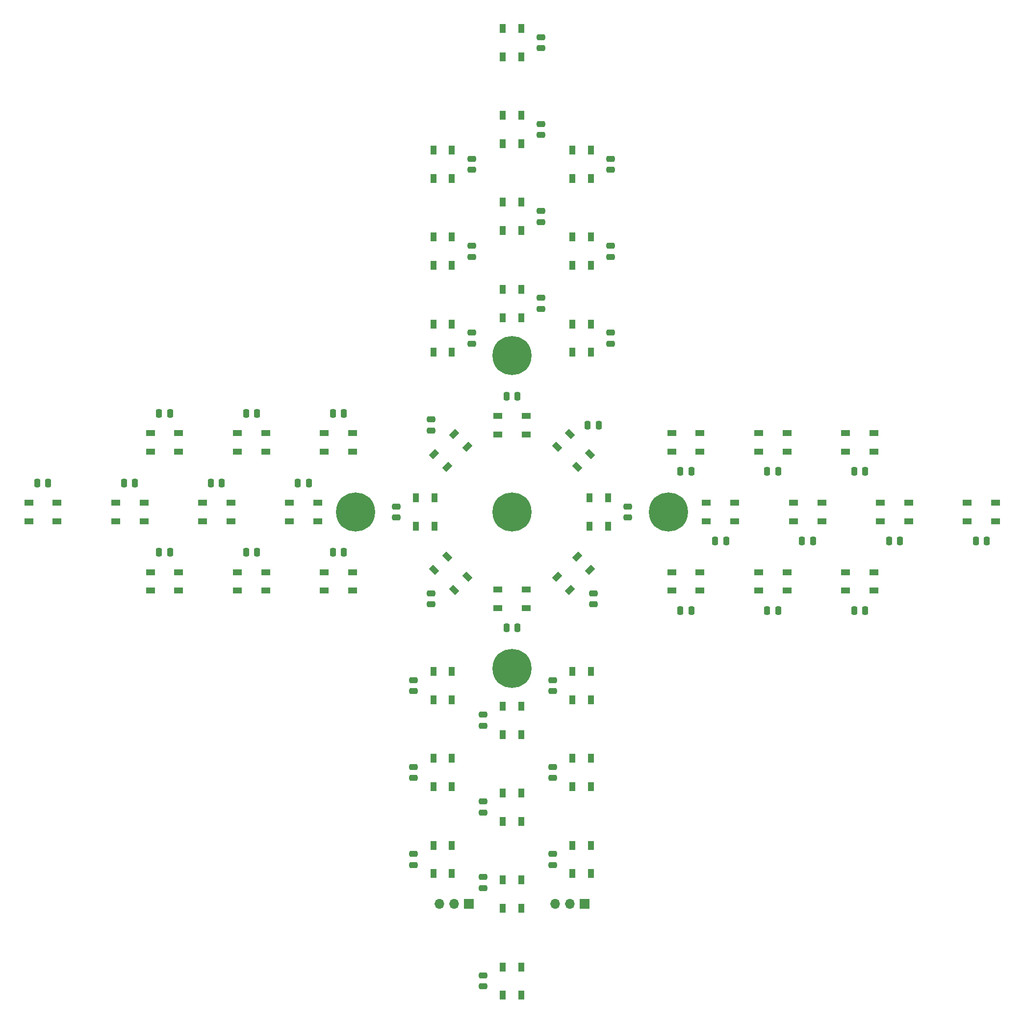
<source format=gbr>
%TF.GenerationSoftware,KiCad,Pcbnew,(6.0.5)*%
%TF.CreationDate,2022-08-25T18:23:53-06:00*%
%TF.ProjectId,Led Zia,4c656420-5a69-4612-9e6b-696361645f70,rev?*%
%TF.SameCoordinates,Original*%
%TF.FileFunction,Soldermask,Top*%
%TF.FilePolarity,Negative*%
%FSLAX46Y46*%
G04 Gerber Fmt 4.6, Leading zero omitted, Abs format (unit mm)*
G04 Created by KiCad (PCBNEW (6.0.5)) date 2022-08-25 18:23:53*
%MOMM*%
%LPD*%
G01*
G04 APERTURE LIST*
G04 Aperture macros list*
%AMRoundRect*
0 Rectangle with rounded corners*
0 $1 Rounding radius*
0 $2 $3 $4 $5 $6 $7 $8 $9 X,Y pos of 4 corners*
0 Add a 4 corners polygon primitive as box body*
4,1,4,$2,$3,$4,$5,$6,$7,$8,$9,$2,$3,0*
0 Add four circle primitives for the rounded corners*
1,1,$1+$1,$2,$3*
1,1,$1+$1,$4,$5*
1,1,$1+$1,$6,$7*
1,1,$1+$1,$8,$9*
0 Add four rect primitives between the rounded corners*
20,1,$1+$1,$2,$3,$4,$5,0*
20,1,$1+$1,$4,$5,$6,$7,0*
20,1,$1+$1,$6,$7,$8,$9,0*
20,1,$1+$1,$8,$9,$2,$3,0*%
%AMRotRect*
0 Rectangle, with rotation*
0 The origin of the aperture is its center*
0 $1 length*
0 $2 width*
0 $3 Rotation angle, in degrees counterclockwise*
0 Add horizontal line*
21,1,$1,$2,0,0,$3*%
G04 Aperture macros list end*
%ADD10RoundRect,0.250000X-0.250000X-0.475000X0.250000X-0.475000X0.250000X0.475000X-0.250000X0.475000X0*%
%ADD11RoundRect,0.250000X0.475000X-0.250000X0.475000X0.250000X-0.475000X0.250000X-0.475000X-0.250000X0*%
%ADD12RoundRect,0.250000X0.250000X0.475000X-0.250000X0.475000X-0.250000X-0.475000X0.250000X-0.475000X0*%
%ADD13RoundRect,0.250000X-0.475000X0.250000X-0.475000X-0.250000X0.475000X-0.250000X0.475000X0.250000X0*%
%ADD14C,6.756400*%
%ADD15R,1.000000X1.500000*%
%ADD16R,1.500000X1.000000*%
%ADD17R,1.700000X1.700000*%
%ADD18O,1.700000X1.700000*%
%ADD19RotRect,1.500000X1.000000X135.000000*%
%ADD20RotRect,1.500000X1.000000X315.000000*%
%ADD21RotRect,1.500000X1.000000X225.000000*%
%ADD22RotRect,1.500000X1.000000X45.000000*%
G04 APERTURE END LIST*
D10*
%TO.C,C9*%
X132050000Y-119000000D03*
X133950000Y-119000000D03*
%TD*%
D11*
%TO.C,C26*%
X96000000Y-72950000D03*
X96000000Y-71050000D03*
%TD*%
D12*
%TO.C,C30*%
X58950000Y-85000000D03*
X57050000Y-85000000D03*
%TD*%
D10*
%TO.C,C16*%
X132050000Y-95000000D03*
X133950000Y-95000000D03*
%TD*%
%TO.C,C18*%
X162050000Y-95000000D03*
X163950000Y-95000000D03*
%TD*%
D12*
%TO.C,C35*%
X22900000Y-97000000D03*
X21000000Y-97000000D03*
%TD*%
%TO.C,C34*%
X37900000Y-97000000D03*
X36000000Y-97000000D03*
%TD*%
%TO.C,C7*%
X117950000Y-87000000D03*
X116050000Y-87000000D03*
%TD*%
D11*
%TO.C,C20*%
X120000000Y-57950000D03*
X120000000Y-56050000D03*
%TD*%
D13*
%TO.C,C41*%
X86000000Y-161050000D03*
X86000000Y-162950000D03*
%TD*%
D11*
%TO.C,C1*%
X117000000Y-117950000D03*
X117000000Y-116050000D03*
%TD*%
D12*
%TO.C,C31*%
X43950000Y-85000000D03*
X42050000Y-85000000D03*
%TD*%
%TO.C,C33*%
X52900000Y-97000000D03*
X51000000Y-97000000D03*
%TD*%
D13*
%TO.C,C5*%
X89000000Y-86050000D03*
X89000000Y-87950000D03*
%TD*%
D10*
%TO.C,C10*%
X147050000Y-119000000D03*
X148950000Y-119000000D03*
%TD*%
D12*
%TO.C,C32*%
X67900000Y-97000000D03*
X66000000Y-97000000D03*
%TD*%
D13*
%TO.C,C42*%
X98000000Y-137000000D03*
X98000000Y-138900000D03*
%TD*%
D11*
%TO.C,C3*%
X89000000Y-117950000D03*
X89000000Y-116050000D03*
%TD*%
%TO.C,C21*%
X120000000Y-42950000D03*
X120000000Y-41050000D03*
%TD*%
D13*
%TO.C,C48*%
X110000000Y-161050000D03*
X110000000Y-162950000D03*
%TD*%
D10*
%TO.C,C11*%
X162050000Y-119000000D03*
X163950000Y-119000000D03*
%TD*%
%TO.C,C6*%
X102050000Y-82000000D03*
X103950000Y-82000000D03*
%TD*%
D12*
%TO.C,C38*%
X43950000Y-109000000D03*
X42050000Y-109000000D03*
%TD*%
%TO.C,C37*%
X58950000Y-109000000D03*
X57050000Y-109000000D03*
%TD*%
D11*
%TO.C,C22*%
X108000000Y-66950000D03*
X108000000Y-65050000D03*
%TD*%
D13*
%TO.C,C46*%
X110000000Y-131050000D03*
X110000000Y-132950000D03*
%TD*%
%TO.C,C44*%
X98000000Y-165050000D03*
X98000000Y-166950000D03*
%TD*%
D11*
%TO.C,C19*%
X120000000Y-72950000D03*
X120000000Y-71050000D03*
%TD*%
D12*
%TO.C,C29*%
X73950000Y-85000000D03*
X72050000Y-85000000D03*
%TD*%
D10*
%TO.C,C17*%
X147050000Y-95000000D03*
X148950000Y-95000000D03*
%TD*%
%TO.C,C12*%
X138050000Y-107000000D03*
X139950000Y-107000000D03*
%TD*%
D12*
%TO.C,C36*%
X73950000Y-109000000D03*
X72050000Y-109000000D03*
%TD*%
D11*
%TO.C,C4*%
X83000000Y-102950000D03*
X83000000Y-101050000D03*
%TD*%
%TO.C,C24*%
X108000000Y-36950000D03*
X108000000Y-35050000D03*
%TD*%
D13*
%TO.C,C45*%
X98000000Y-182000000D03*
X98000000Y-183900000D03*
%TD*%
D11*
%TO.C,C28*%
X96000000Y-42950000D03*
X96000000Y-41050000D03*
%TD*%
D10*
%TO.C,C15*%
X183050000Y-107000000D03*
X184950000Y-107000000D03*
%TD*%
D12*
%TO.C,C2*%
X103950000Y-122000000D03*
X102050000Y-122000000D03*
%TD*%
D13*
%TO.C,C43*%
X98000000Y-152000000D03*
X98000000Y-153900000D03*
%TD*%
D10*
%TO.C,C13*%
X153050000Y-107000000D03*
X154950000Y-107000000D03*
%TD*%
%TO.C,C14*%
X168050000Y-107000000D03*
X169950000Y-107000000D03*
%TD*%
D11*
%TO.C,C25*%
X108000000Y-21950000D03*
X108000000Y-20050000D03*
%TD*%
D13*
%TO.C,C40*%
X86000000Y-146050000D03*
X86000000Y-147950000D03*
%TD*%
D11*
%TO.C,C23*%
X108000000Y-51950000D03*
X108000000Y-50050000D03*
%TD*%
%TO.C,C27*%
X96000000Y-57950000D03*
X96000000Y-56050000D03*
%TD*%
D13*
%TO.C,C47*%
X110000000Y-146050000D03*
X110000000Y-147950000D03*
%TD*%
%TO.C,C39*%
X86000000Y-131050000D03*
X86000000Y-132950000D03*
%TD*%
%TO.C,C8*%
X123000000Y-101050000D03*
X123000000Y-102950000D03*
%TD*%
D14*
%TO.C,1/4"*%
X130000000Y-102000000D03*
%TD*%
%TO.C,1/4"*%
X103000000Y-129000000D03*
%TD*%
%TO.C,1/4"*%
X76000000Y-102000000D03*
%TD*%
%TO.C,1/4"*%
X103000000Y-75000000D03*
%TD*%
%TO.C,1/4"*%
X103000000Y-102000000D03*
%TD*%
D15*
%TO.C,D46*%
X113399999Y-134450000D03*
X116599999Y-134450000D03*
X116599999Y-129550000D03*
X113399999Y-129550000D03*
%TD*%
D16*
%TO.C,D11*%
X165449999Y-115600000D03*
X165449999Y-112400000D03*
X160549999Y-112400000D03*
X160549999Y-115600000D03*
%TD*%
%TO.C,D33*%
X49549999Y-100400000D03*
X49549999Y-103600000D03*
X54449999Y-103600000D03*
X54449999Y-100400000D03*
%TD*%
%TO.C,D34*%
X34549999Y-100400000D03*
X34549999Y-103600000D03*
X39449999Y-103600000D03*
X39449999Y-100400000D03*
%TD*%
D15*
%TO.C,D45*%
X101399999Y-185450000D03*
X104599999Y-185450000D03*
X104599999Y-180550000D03*
X101399999Y-180550000D03*
%TD*%
D17*
%TO.C,J2*%
X115525000Y-169625000D03*
D18*
X112985000Y-169625000D03*
X110445000Y-169625000D03*
%TD*%
D15*
%TO.C,D8*%
X116399999Y-104450000D03*
X119599999Y-104450000D03*
X119599999Y-99550000D03*
X116399999Y-99550000D03*
%TD*%
%TO.C,D27*%
X92599999Y-54550000D03*
X89399999Y-54550000D03*
X89399999Y-59450000D03*
X92599999Y-59450000D03*
%TD*%
%TO.C,D19*%
X116599999Y-69550000D03*
X113399999Y-69550000D03*
X113399999Y-74450000D03*
X116599999Y-74450000D03*
%TD*%
D19*
%TO.C,D7*%
X114207642Y-94257180D03*
X116470383Y-91994439D03*
X113005560Y-88529616D03*
X110742819Y-90792357D03*
%TD*%
D15*
%TO.C,D4*%
X89600000Y-99550000D03*
X86400000Y-99550000D03*
X86400000Y-104450000D03*
X89600000Y-104450000D03*
%TD*%
D20*
%TO.C,D3*%
X91792356Y-109742820D03*
X89529615Y-112005561D03*
X92994438Y-115470384D03*
X95257179Y-113207643D03*
%TD*%
D16*
%TO.C,D35*%
X19549999Y-100400000D03*
X19549999Y-103600000D03*
X24449999Y-103600000D03*
X24449999Y-100400000D03*
%TD*%
%TO.C,D38*%
X40549999Y-112400000D03*
X40549999Y-115600000D03*
X45449999Y-115600000D03*
X45449999Y-112400000D03*
%TD*%
%TO.C,D30*%
X55549999Y-88400000D03*
X55549999Y-91600000D03*
X60449999Y-91600000D03*
X60449999Y-88400000D03*
%TD*%
%TO.C,D2*%
X100550000Y-115400000D03*
X100550000Y-118600000D03*
X105450000Y-118600000D03*
X105450000Y-115400000D03*
%TD*%
D15*
%TO.C,D26*%
X92599999Y-69550000D03*
X89399999Y-69550000D03*
X89399999Y-74450000D03*
X92599999Y-74450000D03*
%TD*%
D16*
%TO.C,D12*%
X141449999Y-103600000D03*
X141449999Y-100400000D03*
X136549999Y-100400000D03*
X136549999Y-103600000D03*
%TD*%
%TO.C,D15*%
X186449999Y-103600000D03*
X186449999Y-100400000D03*
X181549999Y-100400000D03*
X181549999Y-103600000D03*
%TD*%
D21*
%TO.C,D5*%
X95257179Y-90792357D03*
X92994438Y-88529616D03*
X89529615Y-91994439D03*
X91792356Y-94257180D03*
%TD*%
D15*
%TO.C,D23*%
X104599999Y-48550000D03*
X101399999Y-48550000D03*
X101399999Y-53450000D03*
X104599999Y-53450000D03*
%TD*%
D16*
%TO.C,D10*%
X150449999Y-115600000D03*
X150449999Y-112400000D03*
X145549999Y-112400000D03*
X145549999Y-115600000D03*
%TD*%
D15*
%TO.C,D48*%
X113399999Y-164450000D03*
X116599999Y-164450000D03*
X116599999Y-159550000D03*
X113399999Y-159550000D03*
%TD*%
D16*
%TO.C,D6*%
X105450000Y-88600000D03*
X105450000Y-85400000D03*
X100550000Y-85400000D03*
X100550000Y-88600000D03*
%TD*%
D15*
%TO.C,D43*%
X101399999Y-155450000D03*
X104599999Y-155450000D03*
X104599999Y-150550000D03*
X101399999Y-150550000D03*
%TD*%
D16*
%TO.C,D32*%
X64549999Y-100400000D03*
X64549999Y-103600000D03*
X69449999Y-103600000D03*
X69449999Y-100400000D03*
%TD*%
D15*
%TO.C,D40*%
X89399999Y-149450000D03*
X92599999Y-149450000D03*
X92599999Y-144550000D03*
X89399999Y-144550000D03*
%TD*%
D17*
%TO.C,J1*%
X95525000Y-169625000D03*
D18*
X92985000Y-169625000D03*
X90445000Y-169625000D03*
%TD*%
D16*
%TO.C,D18*%
X165449999Y-91600000D03*
X165449999Y-88400000D03*
X160549999Y-88400000D03*
X160549999Y-91600000D03*
%TD*%
%TO.C,D29*%
X70549999Y-88400000D03*
X70549999Y-91600000D03*
X75449999Y-91600000D03*
X75449999Y-88400000D03*
%TD*%
%TO.C,D37*%
X55549999Y-112400000D03*
X55549999Y-115600000D03*
X60449999Y-115600000D03*
X60449999Y-112400000D03*
%TD*%
D15*
%TO.C,D24*%
X104599999Y-33550000D03*
X101399999Y-33550000D03*
X101399999Y-38450000D03*
X104599999Y-38450000D03*
%TD*%
D16*
%TO.C,D17*%
X150449999Y-91600000D03*
X150449999Y-88400000D03*
X145549999Y-88400000D03*
X145549999Y-91600000D03*
%TD*%
D15*
%TO.C,D21*%
X116599999Y-39550000D03*
X113399999Y-39550000D03*
X113399999Y-44450000D03*
X116599999Y-44450000D03*
%TD*%
D16*
%TO.C,D36*%
X70549999Y-112400000D03*
X70549999Y-115600000D03*
X75449999Y-115600000D03*
X75449999Y-112400000D03*
%TD*%
D15*
%TO.C,D39*%
X89399999Y-134450000D03*
X92599999Y-134450000D03*
X92599999Y-129550000D03*
X89399999Y-129550000D03*
%TD*%
%TO.C,D42*%
X101399999Y-140450000D03*
X104599999Y-140450000D03*
X104599999Y-135550000D03*
X101399999Y-135550000D03*
%TD*%
%TO.C,D47*%
X113399999Y-149450000D03*
X116599999Y-149450000D03*
X116599999Y-144550000D03*
X113399999Y-144550000D03*
%TD*%
D16*
%TO.C,D9*%
X135449999Y-115600000D03*
X135449999Y-112400000D03*
X130549999Y-112400000D03*
X130549999Y-115600000D03*
%TD*%
D15*
%TO.C,D25*%
X104599999Y-18550000D03*
X101399999Y-18550000D03*
X101399999Y-23450000D03*
X104599999Y-23450000D03*
%TD*%
D16*
%TO.C,D14*%
X171449999Y-103600000D03*
X171449999Y-100400000D03*
X166549999Y-100400000D03*
X166549999Y-103600000D03*
%TD*%
D15*
%TO.C,D28*%
X92599999Y-39550000D03*
X89399999Y-39550000D03*
X89399999Y-44450000D03*
X92599999Y-44450000D03*
%TD*%
D22*
%TO.C,D1*%
X110742819Y-113207643D03*
X113005560Y-115470384D03*
X116470383Y-112005561D03*
X114207642Y-109742820D03*
%TD*%
D16*
%TO.C,D31*%
X40549999Y-88400000D03*
X40549999Y-91600000D03*
X45449999Y-91600000D03*
X45449999Y-88400000D03*
%TD*%
%TO.C,D13*%
X156449999Y-103600000D03*
X156449999Y-100400000D03*
X151549999Y-100400000D03*
X151549999Y-103600000D03*
%TD*%
D15*
%TO.C,D41*%
X89399999Y-164450000D03*
X92599999Y-164450000D03*
X92599999Y-159550000D03*
X89399999Y-159550000D03*
%TD*%
%TO.C,D44*%
X101399999Y-170450000D03*
X104599999Y-170450000D03*
X104599999Y-165550000D03*
X101399999Y-165550000D03*
%TD*%
%TO.C,D22*%
X104599999Y-63550000D03*
X101399999Y-63550000D03*
X101399999Y-68450000D03*
X104599999Y-68450000D03*
%TD*%
D16*
%TO.C,D16*%
X135449999Y-91600000D03*
X135449999Y-88400000D03*
X130549999Y-88400000D03*
X130549999Y-91600000D03*
%TD*%
D15*
%TO.C,D20*%
X116599999Y-54550000D03*
X113399999Y-54550000D03*
X113399999Y-59450000D03*
X116599999Y-59450000D03*
%TD*%
M02*

</source>
